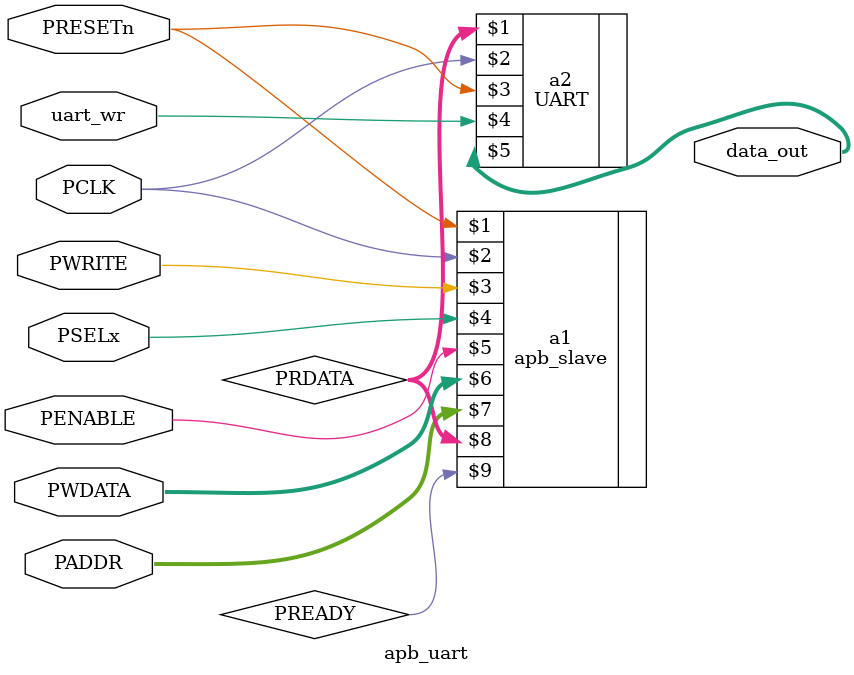
<source format=v>


module apb_uart(PRESETn,PCLK,PWRITE,PSELx,PENABLE,PWDATA,PADDR,uart_wr,data_out);

  input PRESETn,PCLK,PWRITE;
  input PSELx,PENABLE;
  input [7:0]PWDATA;                 
  input [3:0]PADDR;                  
  wire  [7:0]PRDATA;
  wire  PREADY;
  input uart_wr;
  output [7:0]data_out;

apb_slave a1  (PRESETn,PCLK,PWRITE,PSELx,PENABLE,PWDATA,PADDR,PRDATA,PREADY);
UART a2(PRDATA,PCLK,PRESETn,uart_wr,data_out);

endmodule


</source>
